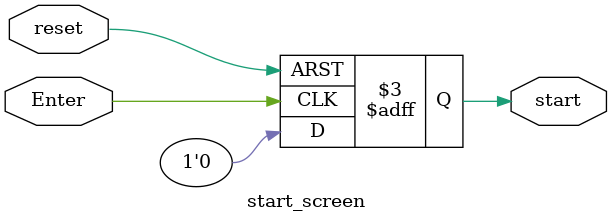
<source format=v>
`timescale 1ns / 1ps


module start_screen(
    input reset,
    input Enter,
    output reg start
    );
    
    
    always @(negedge reset or posedge Enter) begin
        if (~reset) start <= 1;
        else start <= 0;
    end
endmodule

</source>
